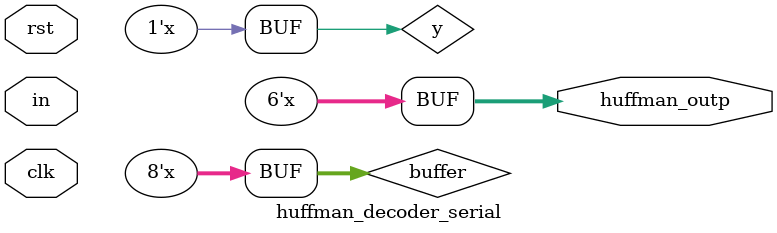
<source format=sv>
module huffman_decoder_serial(input  logic clk,
               input logic rst,
               input  logic in,
               output logic [5:0] huffman_outp);
    logic [7:0] buffer;
    logic [3:0] next_counter,counter;
    logic y;
    parameter [1:0] S1  =       2'b00;
    parameter [1:0] S2  =       2'b01;
    parameter [1:0] S3  =       2'b10;
    parameter [2:0] S4  =      3'b110;
    parameter [5:0] S5  =   6'b111000;
    parameter [5:0] S6  =   6'b111001;
    parameter [5:0] S7  =   6'b111010;
    parameter [6:0] S8  =  7'b1110110;
    parameter [6:0] S9  =  7'b1110111;
    parameter [6:0] S10 =  7'b1111000;
    parameter [6:0] S11 =  7'b1111001;
    parameter [6:0] S12 =  7'b1111010;
    parameter [6:0] S13 =  7'b1111011;
    parameter [6:0] S14 =  7'b1111100;
    parameter [6:0] S15 =  7'b1111101;
    parameter [6:0] S16 =  7'b1111110;
    parameter [7:0] S17 = 8'b11111110;
    parameter [7:0] S18 = 8'b11111111;
    always@(counter)begin
        case(counter)
            4'bzzzz:begin next_counter = 0;
            end
            0:begin next_counter = 1;
                    buffer[7] = in;
                    y = 0;
            end
            1:begin next_counter = 2;
                    buffer[6] = in;
                    case (buffer[7:6])
                    S1:begin
                        huffman_outp = 1;
                        y = 1;
                    end
                    S2:begin
                        huffman_outp = 2;
                        y = 1;
                    end 
                    S3:begin 
                        huffman_outp = 3;
                        y = 1;
                    end
                endcase 
            end
            2:begin next_counter = 3;
                    buffer[5] = in;
                    case(buffer[7:5])
                    S4:begin
                        huffman_outp = 4;
                        y = 1;
                    end
                endcase
                    
            end
            3:begin next_counter = 4;
                    buffer[4] = in;
                    y = 0;
            end
            4:begin next_counter = 5;
                    buffer[3] = in;
                    y = 0;
            end
            5:begin next_counter = 6;
                    buffer[2] = in;
                    case(buffer[7:2])
                    S5:begin
                        huffman_outp = 5;
                        y = 1;
                    end
                    S6:begin
                        huffman_outp = 6;
                        y = 1;
                    end
                    S7:begin
                        huffman_outp = 7;
                        y =1;
                    end
                    default: y = 0;    
                endcase 
                    
            end
            6:begin next_counter = 7;
                buffer[1] = in;
                case(buffer[7:1])//110110
                S8:begin
                    huffman_outp = 8;
                    y = 1;
                end
                S9:begin
                    huffman_outp = 9;
                    y = 1;

                end
                S10:begin
                    huffman_outp = 10;
                    y = 1;

                end
                S11:begin
                    huffman_outp = 11;
                    y = 1;

                end
                S12:begin
                    huffman_outp = 12;
                    y = 1;

                end
                S13:begin
                    huffman_outp = 13;
                    y = 1;

                end
                S14:begin
                    huffman_outp = 14;
                    y = 1;

                end
                S15:begin
                    huffman_outp = 15;
                    y = 1;

                end
                S16:begin
                    huffman_outp = 16;
                    y = 1;
                end
                default: y = 0;
            endcase 

            end
            7:begin next_counter  =4'bzzzz;
                buffer[0] = in;
                case (buffer)
                S17:begin
                    y = 1;
                    huffman_outp = 17;
                end
                S18:begin
                    huffman_outp = 18;
                    y = 1;
                end
                default: y = 0;
                endcase 
            end

        endcase

    end
    always@(posedge clk)begin
        if(rst)begin
            counter <= 4'bzzzz;
        end
        else begin
            counter <= next_counter;
        end
        if(y)begin
            counter <= 0;
        end
    end
endmodule
</source>
